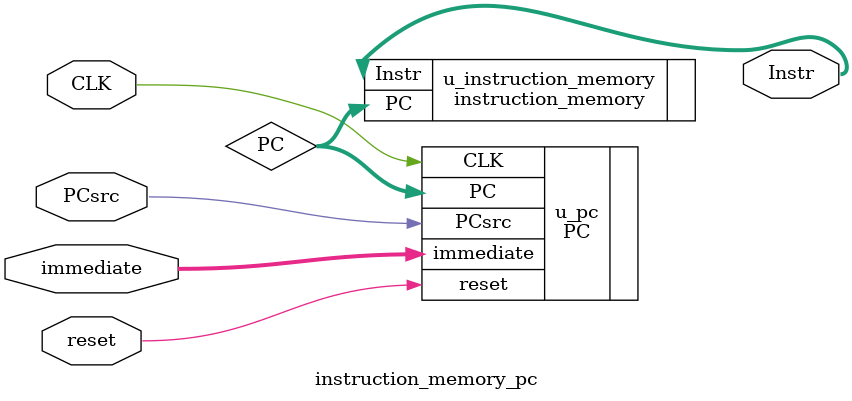
<source format=sv>
`include "pc.sv"
`include "instruction_memory.sv"


module instruction_memory_pc (
    output logic [23:0] Instr,

    input logic CLK, reset, PCsrc,
    input logic [7:0] immediate

);

logic [7:0] PC;

PC u_pc (
    .CLK(CLK),

    .reset(reset),
    .PCsrc(PCsrc),
    .immediate(immediate),
    .PC(PC)
);

instruction_memory u_instruction_memory (

    .Instr(Instr),
    .PC(PC)
);

endmodule
</source>
